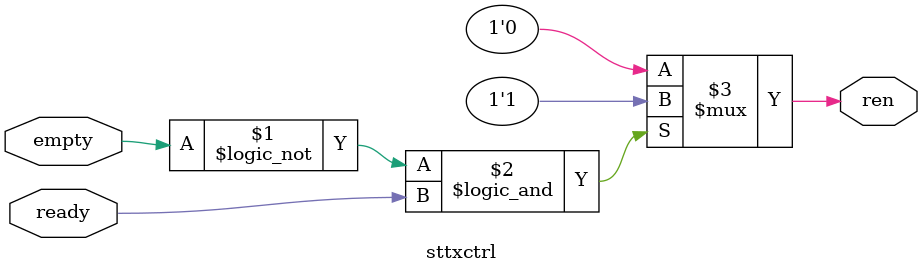
<source format=v>
module sttxctrl(
    input   empty
    ,input  ready
    ,output ren
);
assign ren = (!empty&&ready)?1'b1:1'b0; 
endmodule
</source>
